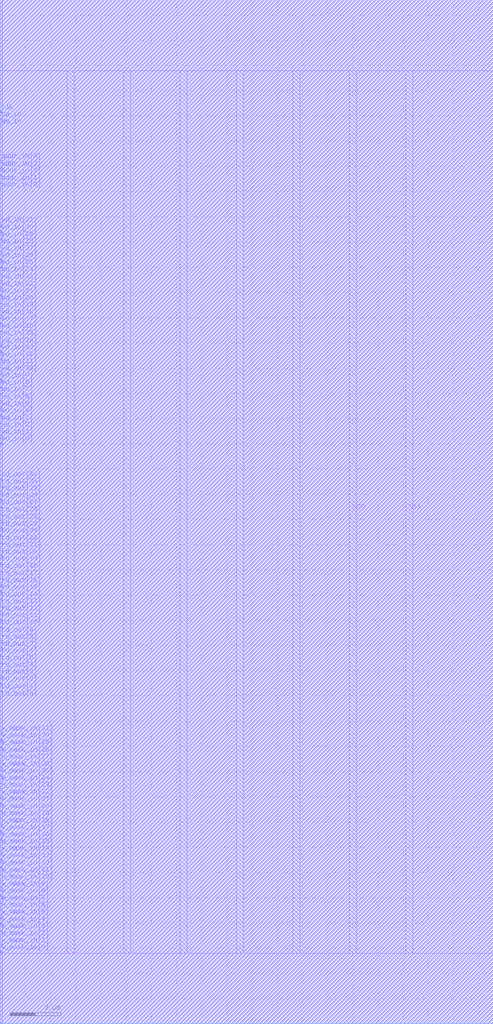
<source format=lef>
VERSION 5.7 ;
BUSBITCHARS "[]" ;
MACRO fakeram45_32x32_upper
  FOREIGN fakeram45_32x32_upper 0 0 ;
  SYMMETRY X Y R90 ;
  SIZE 19.570 BY 40.600 ;
  CLASS BLOCK ;
  PIN w_mask_in[0]
    DIRECTION INPUT ;
    USE SIGNAL ;
    SHAPE ABUTMENT ;
    PORT
      LAYER metal18 ;
      RECT 0.000 2.800 0.070 2.870 ;
    END
  END w_mask_in[0]
  PIN w_mask_in[1]
    DIRECTION INPUT ;
    USE SIGNAL ;
    SHAPE ABUTMENT ;
    PORT
      LAYER metal18 ;
      RECT 0.000 3.080 0.070 3.150 ;
    END
  END w_mask_in[1]
  PIN w_mask_in[2]
    DIRECTION INPUT ;
    USE SIGNAL ;
    SHAPE ABUTMENT ;
    PORT
      LAYER metal18 ;
      RECT 0.000 3.360 0.070 3.430 ;
    END
  END w_mask_in[2]
  PIN w_mask_in[3]
    DIRECTION INPUT ;
    USE SIGNAL ;
    SHAPE ABUTMENT ;
    PORT
      LAYER metal18 ;
      RECT 0.000 3.640 0.070 3.710 ;
    END
  END w_mask_in[3]
  PIN w_mask_in[4]
    DIRECTION INPUT ;
    USE SIGNAL ;
    SHAPE ABUTMENT ;
    PORT
      LAYER metal18 ;
      RECT 0.000 3.920 0.070 3.990 ;
    END
  END w_mask_in[4]
  PIN w_mask_in[5]
    DIRECTION INPUT ;
    USE SIGNAL ;
    SHAPE ABUTMENT ;
    PORT
      LAYER metal18 ;
      RECT 0.000 4.200 0.070 4.270 ;
    END
  END w_mask_in[5]
  PIN w_mask_in[6]
    DIRECTION INPUT ;
    USE SIGNAL ;
    SHAPE ABUTMENT ;
    PORT
      LAYER metal18 ;
      RECT 0.000 4.480 0.070 4.550 ;
    END
  END w_mask_in[6]
  PIN w_mask_in[7]
    DIRECTION INPUT ;
    USE SIGNAL ;
    SHAPE ABUTMENT ;
    PORT
      LAYER metal18 ;
      RECT 0.000 4.760 0.070 4.830 ;
    END
  END w_mask_in[7]
  PIN w_mask_in[8]
    DIRECTION INPUT ;
    USE SIGNAL ;
    SHAPE ABUTMENT ;
    PORT
      LAYER metal18 ;
      RECT 0.000 5.040 0.070 5.110 ;
    END
  END w_mask_in[8]
  PIN w_mask_in[9]
    DIRECTION INPUT ;
    USE SIGNAL ;
    SHAPE ABUTMENT ;
    PORT
      LAYER metal18 ;
      RECT 0.000 5.320 0.070 5.390 ;
    END
  END w_mask_in[9]
  PIN w_mask_in[10]
    DIRECTION INPUT ;
    USE SIGNAL ;
    SHAPE ABUTMENT ;
    PORT
      LAYER metal18 ;
      RECT 0.000 5.600 0.070 5.670 ;
    END
  END w_mask_in[10]
  PIN w_mask_in[11]
    DIRECTION INPUT ;
    USE SIGNAL ;
    SHAPE ABUTMENT ;
    PORT
      LAYER metal18 ;
      RECT 0.000 5.880 0.070 5.950 ;
    END
  END w_mask_in[11]
  PIN w_mask_in[12]
    DIRECTION INPUT ;
    USE SIGNAL ;
    SHAPE ABUTMENT ;
    PORT
      LAYER metal18 ;
      RECT 0.000 6.160 0.070 6.230 ;
    END
  END w_mask_in[12]
  PIN w_mask_in[13]
    DIRECTION INPUT ;
    USE SIGNAL ;
    SHAPE ABUTMENT ;
    PORT
      LAYER metal18 ;
      RECT 0.000 6.440 0.070 6.510 ;
    END
  END w_mask_in[13]
  PIN w_mask_in[14]
    DIRECTION INPUT ;
    USE SIGNAL ;
    SHAPE ABUTMENT ;
    PORT
      LAYER metal18 ;
      RECT 0.000 6.720 0.070 6.790 ;
    END
  END w_mask_in[14]
  PIN w_mask_in[15]
    DIRECTION INPUT ;
    USE SIGNAL ;
    SHAPE ABUTMENT ;
    PORT
      LAYER metal18 ;
      RECT 0.000 7.000 0.070 7.070 ;
    END
  END w_mask_in[15]
  PIN w_mask_in[16]
    DIRECTION INPUT ;
    USE SIGNAL ;
    SHAPE ABUTMENT ;
    PORT
      LAYER metal18 ;
      RECT 0.000 7.280 0.070 7.350 ;
    END
  END w_mask_in[16]
  PIN w_mask_in[17]
    DIRECTION INPUT ;
    USE SIGNAL ;
    SHAPE ABUTMENT ;
    PORT
      LAYER metal18 ;
      RECT 0.000 7.560 0.070 7.630 ;
    END
  END w_mask_in[17]
  PIN w_mask_in[18]
    DIRECTION INPUT ;
    USE SIGNAL ;
    SHAPE ABUTMENT ;
    PORT
      LAYER metal18 ;
      RECT 0.000 7.840 0.070 7.910 ;
    END
  END w_mask_in[18]
  PIN w_mask_in[19]
    DIRECTION INPUT ;
    USE SIGNAL ;
    SHAPE ABUTMENT ;
    PORT
      LAYER metal18 ;
      RECT 0.000 8.120 0.070 8.190 ;
    END
  END w_mask_in[19]
  PIN w_mask_in[20]
    DIRECTION INPUT ;
    USE SIGNAL ;
    SHAPE ABUTMENT ;
    PORT
      LAYER metal18 ;
      RECT 0.000 8.400 0.070 8.470 ;
    END
  END w_mask_in[20]
  PIN w_mask_in[21]
    DIRECTION INPUT ;
    USE SIGNAL ;
    SHAPE ABUTMENT ;
    PORT
      LAYER metal18 ;
      RECT 0.000 8.680 0.070 8.750 ;
    END
  END w_mask_in[21]
  PIN w_mask_in[22]
    DIRECTION INPUT ;
    USE SIGNAL ;
    SHAPE ABUTMENT ;
    PORT
      LAYER metal18 ;
      RECT 0.000 8.960 0.070 9.030 ;
    END
  END w_mask_in[22]
  PIN w_mask_in[23]
    DIRECTION INPUT ;
    USE SIGNAL ;
    SHAPE ABUTMENT ;
    PORT
      LAYER metal18 ;
      RECT 0.000 9.240 0.070 9.310 ;
    END
  END w_mask_in[23]
  PIN w_mask_in[24]
    DIRECTION INPUT ;
    USE SIGNAL ;
    SHAPE ABUTMENT ;
    PORT
      LAYER metal18 ;
      RECT 0.000 9.520 0.070 9.590 ;
    END
  END w_mask_in[24]
  PIN w_mask_in[25]
    DIRECTION INPUT ;
    USE SIGNAL ;
    SHAPE ABUTMENT ;
    PORT
      LAYER metal18 ;
      RECT 0.000 9.800 0.070 9.870 ;
    END
  END w_mask_in[25]
  PIN w_mask_in[26]
    DIRECTION INPUT ;
    USE SIGNAL ;
    SHAPE ABUTMENT ;
    PORT
      LAYER metal18 ;
      RECT 0.000 10.080 0.070 10.150 ;
    END
  END w_mask_in[26]
  PIN w_mask_in[27]
    DIRECTION INPUT ;
    USE SIGNAL ;
    SHAPE ABUTMENT ;
    PORT
      LAYER metal18 ;
      RECT 0.000 10.360 0.070 10.430 ;
    END
  END w_mask_in[27]
  PIN w_mask_in[28]
    DIRECTION INPUT ;
    USE SIGNAL ;
    SHAPE ABUTMENT ;
    PORT
      LAYER metal18 ;
      RECT 0.000 10.640 0.070 10.710 ;
    END
  END w_mask_in[28]
  PIN w_mask_in[29]
    DIRECTION INPUT ;
    USE SIGNAL ;
    SHAPE ABUTMENT ;
    PORT
      LAYER metal18 ;
      RECT 0.000 10.920 0.070 10.990 ;
    END
  END w_mask_in[29]
  PIN w_mask_in[30]
    DIRECTION INPUT ;
    USE SIGNAL ;
    SHAPE ABUTMENT ;
    PORT
      LAYER metal18 ;
      RECT 0.000 11.200 0.070 11.270 ;
    END
  END w_mask_in[30]
  PIN w_mask_in[31]
    DIRECTION INPUT ;
    USE SIGNAL ;
    SHAPE ABUTMENT ;
    PORT
      LAYER metal18 ;
      RECT 0.000 11.480 0.070 11.550 ;
    END
  END w_mask_in[31]
  PIN rd_out[0]
    DIRECTION OUTPUT ;
    USE SIGNAL ;
    SHAPE ABUTMENT ;
    PORT
      LAYER metal18 ;
      RECT 0.000 12.880 0.070 12.950 ;
    END
  END rd_out[0]
  PIN rd_out[1]
    DIRECTION OUTPUT ;
    USE SIGNAL ;
    SHAPE ABUTMENT ;
    PORT
      LAYER metal18 ;
      RECT 0.000 13.160 0.070 13.230 ;
    END
  END rd_out[1]
  PIN rd_out[2]
    DIRECTION OUTPUT ;
    USE SIGNAL ;
    SHAPE ABUTMENT ;
    PORT
      LAYER metal18 ;
      RECT 0.000 13.440 0.070 13.510 ;
    END
  END rd_out[2]
  PIN rd_out[3]
    DIRECTION OUTPUT ;
    USE SIGNAL ;
    SHAPE ABUTMENT ;
    PORT
      LAYER metal18 ;
      RECT 0.000 13.720 0.070 13.790 ;
    END
  END rd_out[3]
  PIN rd_out[4]
    DIRECTION OUTPUT ;
    USE SIGNAL ;
    SHAPE ABUTMENT ;
    PORT
      LAYER metal18 ;
      RECT 0.000 14.000 0.070 14.070 ;
    END
  END rd_out[4]
  PIN rd_out[5]
    DIRECTION OUTPUT ;
    USE SIGNAL ;
    SHAPE ABUTMENT ;
    PORT
      LAYER metal18 ;
      RECT 0.000 14.280 0.070 14.350 ;
    END
  END rd_out[5]
  PIN rd_out[6]
    DIRECTION OUTPUT ;
    USE SIGNAL ;
    SHAPE ABUTMENT ;
    PORT
      LAYER metal18 ;
      RECT 0.000 14.560 0.070 14.630 ;
    END
  END rd_out[6]
  PIN rd_out[7]
    DIRECTION OUTPUT ;
    USE SIGNAL ;
    SHAPE ABUTMENT ;
    PORT
      LAYER metal18 ;
      RECT 0.000 14.840 0.070 14.910 ;
    END
  END rd_out[7]
  PIN rd_out[8]
    DIRECTION OUTPUT ;
    USE SIGNAL ;
    SHAPE ABUTMENT ;
    PORT
      LAYER metal18 ;
      RECT 0.000 15.120 0.070 15.190 ;
    END
  END rd_out[8]
  PIN rd_out[9]
    DIRECTION OUTPUT ;
    USE SIGNAL ;
    SHAPE ABUTMENT ;
    PORT
      LAYER metal18 ;
      RECT 0.000 15.400 0.070 15.470 ;
    END
  END rd_out[9]
  PIN rd_out[10]
    DIRECTION OUTPUT ;
    USE SIGNAL ;
    SHAPE ABUTMENT ;
    PORT
      LAYER metal18 ;
      RECT 0.000 15.680 0.070 15.750 ;
    END
  END rd_out[10]
  PIN rd_out[11]
    DIRECTION OUTPUT ;
    USE SIGNAL ;
    SHAPE ABUTMENT ;
    PORT
      LAYER metal18 ;
      RECT 0.000 15.960 0.070 16.030 ;
    END
  END rd_out[11]
  PIN rd_out[12]
    DIRECTION OUTPUT ;
    USE SIGNAL ;
    SHAPE ABUTMENT ;
    PORT
      LAYER metal18 ;
      RECT 0.000 16.240 0.070 16.310 ;
    END
  END rd_out[12]
  PIN rd_out[13]
    DIRECTION OUTPUT ;
    USE SIGNAL ;
    SHAPE ABUTMENT ;
    PORT
      LAYER metal18 ;
      RECT 0.000 16.520 0.070 16.590 ;
    END
  END rd_out[13]
  PIN rd_out[14]
    DIRECTION OUTPUT ;
    USE SIGNAL ;
    SHAPE ABUTMENT ;
    PORT
      LAYER metal18 ;
      RECT 0.000 16.800 0.070 16.870 ;
    END
  END rd_out[14]
  PIN rd_out[15]
    DIRECTION OUTPUT ;
    USE SIGNAL ;
    SHAPE ABUTMENT ;
    PORT
      LAYER metal18 ;
      RECT 0.000 17.080 0.070 17.150 ;
    END
  END rd_out[15]
  PIN rd_out[16]
    DIRECTION OUTPUT ;
    USE SIGNAL ;
    SHAPE ABUTMENT ;
    PORT
      LAYER metal18 ;
      RECT 0.000 17.360 0.070 17.430 ;
    END
  END rd_out[16]
  PIN rd_out[17]
    DIRECTION OUTPUT ;
    USE SIGNAL ;
    SHAPE ABUTMENT ;
    PORT
      LAYER metal18 ;
      RECT 0.000 17.640 0.070 17.710 ;
    END
  END rd_out[17]
  PIN rd_out[18]
    DIRECTION OUTPUT ;
    USE SIGNAL ;
    SHAPE ABUTMENT ;
    PORT
      LAYER metal18 ;
      RECT 0.000 17.920 0.070 17.990 ;
    END
  END rd_out[18]
  PIN rd_out[19]
    DIRECTION OUTPUT ;
    USE SIGNAL ;
    SHAPE ABUTMENT ;
    PORT
      LAYER metal18 ;
      RECT 0.000 18.200 0.070 18.270 ;
    END
  END rd_out[19]
  PIN rd_out[20]
    DIRECTION OUTPUT ;
    USE SIGNAL ;
    SHAPE ABUTMENT ;
    PORT
      LAYER metal18 ;
      RECT 0.000 18.480 0.070 18.550 ;
    END
  END rd_out[20]
  PIN rd_out[21]
    DIRECTION OUTPUT ;
    USE SIGNAL ;
    SHAPE ABUTMENT ;
    PORT
      LAYER metal18 ;
      RECT 0.000 18.760 0.070 18.830 ;
    END
  END rd_out[21]
  PIN rd_out[22]
    DIRECTION OUTPUT ;
    USE SIGNAL ;
    SHAPE ABUTMENT ;
    PORT
      LAYER metal18 ;
      RECT 0.000 19.040 0.070 19.110 ;
    END
  END rd_out[22]
  PIN rd_out[23]
    DIRECTION OUTPUT ;
    USE SIGNAL ;
    SHAPE ABUTMENT ;
    PORT
      LAYER metal18 ;
      RECT 0.000 19.320 0.070 19.390 ;
    END
  END rd_out[23]
  PIN rd_out[24]
    DIRECTION OUTPUT ;
    USE SIGNAL ;
    SHAPE ABUTMENT ;
    PORT
      LAYER metal18 ;
      RECT 0.000 19.600 0.070 19.670 ;
    END
  END rd_out[24]
  PIN rd_out[25]
    DIRECTION OUTPUT ;
    USE SIGNAL ;
    SHAPE ABUTMENT ;
    PORT
      LAYER metal18 ;
      RECT 0.000 19.880 0.070 19.950 ;
    END
  END rd_out[25]
  PIN rd_out[26]
    DIRECTION OUTPUT ;
    USE SIGNAL ;
    SHAPE ABUTMENT ;
    PORT
      LAYER metal18 ;
      RECT 0.000 20.160 0.070 20.230 ;
    END
  END rd_out[26]
  PIN rd_out[27]
    DIRECTION OUTPUT ;
    USE SIGNAL ;
    SHAPE ABUTMENT ;
    PORT
      LAYER metal18 ;
      RECT 0.000 20.440 0.070 20.510 ;
    END
  END rd_out[27]
  PIN rd_out[28]
    DIRECTION OUTPUT ;
    USE SIGNAL ;
    SHAPE ABUTMENT ;
    PORT
      LAYER metal18 ;
      RECT 0.000 20.720 0.070 20.790 ;
    END
  END rd_out[28]
  PIN rd_out[29]
    DIRECTION OUTPUT ;
    USE SIGNAL ;
    SHAPE ABUTMENT ;
    PORT
      LAYER metal18 ;
      RECT 0.000 21.000 0.070 21.070 ;
    END
  END rd_out[29]
  PIN rd_out[30]
    DIRECTION OUTPUT ;
    USE SIGNAL ;
    SHAPE ABUTMENT ;
    PORT
      LAYER metal18 ;
      RECT 0.000 21.280 0.070 21.350 ;
    END
  END rd_out[30]
  PIN rd_out[31]
    DIRECTION OUTPUT ;
    USE SIGNAL ;
    SHAPE ABUTMENT ;
    PORT
      LAYER metal18 ;
      RECT 0.000 21.560 0.070 21.630 ;
    END
  END rd_out[31]
  PIN wd_in[0]
    DIRECTION INPUT ;
    USE SIGNAL ;
    SHAPE ABUTMENT ;
    PORT
      LAYER metal18 ;
      RECT 0.000 22.960 0.070 23.030 ;
    END
  END wd_in[0]
  PIN wd_in[1]
    DIRECTION INPUT ;
    USE SIGNAL ;
    SHAPE ABUTMENT ;
    PORT
      LAYER metal18 ;
      RECT 0.000 23.240 0.070 23.310 ;
    END
  END wd_in[1]
  PIN wd_in[2]
    DIRECTION INPUT ;
    USE SIGNAL ;
    SHAPE ABUTMENT ;
    PORT
      LAYER metal18 ;
      RECT 0.000 23.520 0.070 23.590 ;
    END
  END wd_in[2]
  PIN wd_in[3]
    DIRECTION INPUT ;
    USE SIGNAL ;
    SHAPE ABUTMENT ;
    PORT
      LAYER metal18 ;
      RECT 0.000 23.800 0.070 23.870 ;
    END
  END wd_in[3]
  PIN wd_in[4]
    DIRECTION INPUT ;
    USE SIGNAL ;
    SHAPE ABUTMENT ;
    PORT
      LAYER metal18 ;
      RECT 0.000 24.080 0.070 24.150 ;
    END
  END wd_in[4]
  PIN wd_in[5]
    DIRECTION INPUT ;
    USE SIGNAL ;
    SHAPE ABUTMENT ;
    PORT
      LAYER metal18 ;
      RECT 0.000 24.360 0.070 24.430 ;
    END
  END wd_in[5]
  PIN wd_in[6]
    DIRECTION INPUT ;
    USE SIGNAL ;
    SHAPE ABUTMENT ;
    PORT
      LAYER metal18 ;
      RECT 0.000 24.640 0.070 24.710 ;
    END
  END wd_in[6]
  PIN wd_in[7]
    DIRECTION INPUT ;
    USE SIGNAL ;
    SHAPE ABUTMENT ;
    PORT
      LAYER metal18 ;
      RECT 0.000 24.920 0.070 24.990 ;
    END
  END wd_in[7]
  PIN wd_in[8]
    DIRECTION INPUT ;
    USE SIGNAL ;
    SHAPE ABUTMENT ;
    PORT
      LAYER metal18 ;
      RECT 0.000 25.200 0.070 25.270 ;
    END
  END wd_in[8]
  PIN wd_in[9]
    DIRECTION INPUT ;
    USE SIGNAL ;
    SHAPE ABUTMENT ;
    PORT
      LAYER metal18 ;
      RECT 0.000 25.480 0.070 25.550 ;
    END
  END wd_in[9]
  PIN wd_in[10]
    DIRECTION INPUT ;
    USE SIGNAL ;
    SHAPE ABUTMENT ;
    PORT
      LAYER metal18 ;
      RECT 0.000 25.760 0.070 25.830 ;
    END
  END wd_in[10]
  PIN wd_in[11]
    DIRECTION INPUT ;
    USE SIGNAL ;
    SHAPE ABUTMENT ;
    PORT
      LAYER metal18 ;
      RECT 0.000 26.040 0.070 26.110 ;
    END
  END wd_in[11]
  PIN wd_in[12]
    DIRECTION INPUT ;
    USE SIGNAL ;
    SHAPE ABUTMENT ;
    PORT
      LAYER metal18 ;
      RECT 0.000 26.320 0.070 26.390 ;
    END
  END wd_in[12]
  PIN wd_in[13]
    DIRECTION INPUT ;
    USE SIGNAL ;
    SHAPE ABUTMENT ;
    PORT
      LAYER metal18 ;
      RECT 0.000 26.600 0.070 26.670 ;
    END
  END wd_in[13]
  PIN wd_in[14]
    DIRECTION INPUT ;
    USE SIGNAL ;
    SHAPE ABUTMENT ;
    PORT
      LAYER metal18 ;
      RECT 0.000 26.880 0.070 26.950 ;
    END
  END wd_in[14]
  PIN wd_in[15]
    DIRECTION INPUT ;
    USE SIGNAL ;
    SHAPE ABUTMENT ;
    PORT
      LAYER metal18 ;
      RECT 0.000 27.160 0.070 27.230 ;
    END
  END wd_in[15]
  PIN wd_in[16]
    DIRECTION INPUT ;
    USE SIGNAL ;
    SHAPE ABUTMENT ;
    PORT
      LAYER metal18 ;
      RECT 0.000 27.440 0.070 27.510 ;
    END
  END wd_in[16]
  PIN wd_in[17]
    DIRECTION INPUT ;
    USE SIGNAL ;
    SHAPE ABUTMENT ;
    PORT
      LAYER metal18 ;
      RECT 0.000 27.720 0.070 27.790 ;
    END
  END wd_in[17]
  PIN wd_in[18]
    DIRECTION INPUT ;
    USE SIGNAL ;
    SHAPE ABUTMENT ;
    PORT
      LAYER metal18 ;
      RECT 0.000 28.000 0.070 28.070 ;
    END
  END wd_in[18]
  PIN wd_in[19]
    DIRECTION INPUT ;
    USE SIGNAL ;
    SHAPE ABUTMENT ;
    PORT
      LAYER metal18 ;
      RECT 0.000 28.280 0.070 28.350 ;
    END
  END wd_in[19]
  PIN wd_in[20]
    DIRECTION INPUT ;
    USE SIGNAL ;
    SHAPE ABUTMENT ;
    PORT
      LAYER metal18 ;
      RECT 0.000 28.560 0.070 28.630 ;
    END
  END wd_in[20]
  PIN wd_in[21]
    DIRECTION INPUT ;
    USE SIGNAL ;
    SHAPE ABUTMENT ;
    PORT
      LAYER metal18 ;
      RECT 0.000 28.840 0.070 28.910 ;
    END
  END wd_in[21]
  PIN wd_in[22]
    DIRECTION INPUT ;
    USE SIGNAL ;
    SHAPE ABUTMENT ;
    PORT
      LAYER metal18 ;
      RECT 0.000 29.120 0.070 29.190 ;
    END
  END wd_in[22]
  PIN wd_in[23]
    DIRECTION INPUT ;
    USE SIGNAL ;
    SHAPE ABUTMENT ;
    PORT
      LAYER metal18 ;
      RECT 0.000 29.400 0.070 29.470 ;
    END
  END wd_in[23]
  PIN wd_in[24]
    DIRECTION INPUT ;
    USE SIGNAL ;
    SHAPE ABUTMENT ;
    PORT
      LAYER metal18 ;
      RECT 0.000 29.680 0.070 29.750 ;
    END
  END wd_in[24]
  PIN wd_in[25]
    DIRECTION INPUT ;
    USE SIGNAL ;
    SHAPE ABUTMENT ;
    PORT
      LAYER metal18 ;
      RECT 0.000 29.960 0.070 30.030 ;
    END
  END wd_in[25]
  PIN wd_in[26]
    DIRECTION INPUT ;
    USE SIGNAL ;
    SHAPE ABUTMENT ;
    PORT
      LAYER metal18 ;
      RECT 0.000 30.240 0.070 30.310 ;
    END
  END wd_in[26]
  PIN wd_in[27]
    DIRECTION INPUT ;
    USE SIGNAL ;
    SHAPE ABUTMENT ;
    PORT
      LAYER metal18 ;
      RECT 0.000 30.520 0.070 30.590 ;
    END
  END wd_in[27]
  PIN wd_in[28]
    DIRECTION INPUT ;
    USE SIGNAL ;
    SHAPE ABUTMENT ;
    PORT
      LAYER metal18 ;
      RECT 0.000 30.800 0.070 30.870 ;
    END
  END wd_in[28]
  PIN wd_in[29]
    DIRECTION INPUT ;
    USE SIGNAL ;
    SHAPE ABUTMENT ;
    PORT
      LAYER metal18 ;
      RECT 0.000 31.080 0.070 31.150 ;
    END
  END wd_in[29]
  PIN wd_in[30]
    DIRECTION INPUT ;
    USE SIGNAL ;
    SHAPE ABUTMENT ;
    PORT
      LAYER metal18 ;
      RECT 0.000 31.360 0.070 31.430 ;
    END
  END wd_in[30]
  PIN wd_in[31]
    DIRECTION INPUT ;
    USE SIGNAL ;
    SHAPE ABUTMENT ;
    PORT
      LAYER metal18 ;
      RECT 0.000 31.640 0.070 31.710 ;
    END
  END wd_in[31]
  PIN addr_in[0]
    DIRECTION INPUT ;
    USE SIGNAL ;
    SHAPE ABUTMENT ;
    PORT
      LAYER metal18 ;
      RECT 0.000 33.040 0.070 33.110 ;
    END
  END addr_in[0]
  PIN addr_in[1]
    DIRECTION INPUT ;
    USE SIGNAL ;
    SHAPE ABUTMENT ;
    PORT
      LAYER metal18 ;
      RECT 0.000 33.320 0.070 33.390 ;
    END
  END addr_in[1]
  PIN addr_in[2]
    DIRECTION INPUT ;
    USE SIGNAL ;
    SHAPE ABUTMENT ;
    PORT
      LAYER metal18 ;
      RECT 0.000 33.600 0.070 33.670 ;
    END
  END addr_in[2]
  PIN addr_in[3]
    DIRECTION INPUT ;
    USE SIGNAL ;
    SHAPE ABUTMENT ;
    PORT
      LAYER metal18 ;
      RECT 0.000 33.880 0.070 33.950 ;
    END
  END addr_in[3]
  PIN addr_in[4]
    DIRECTION INPUT ;
    USE SIGNAL ;
    SHAPE ABUTMENT ;
    PORT
      LAYER metal18 ;
      RECT 0.000 34.160 0.070 34.230 ;
    END
  END addr_in[4]
  PIN we_in
    DIRECTION INPUT ;
    USE SIGNAL ;
    SHAPE ABUTMENT ;
    PORT
      LAYER metal18 ;
      RECT 0.000 35.560 0.070 35.630 ;
    END
  END we_in
  PIN ce_in
    DIRECTION INPUT ;
    USE SIGNAL ;
    SHAPE ABUTMENT ;
    PORT
      LAYER metal18 ;
      RECT 0.000 35.840 0.070 35.910 ;
    END
  END ce_in
  PIN clk
    DIRECTION INPUT ;
    USE SIGNAL ;
    SHAPE ABUTMENT ;
    PORT
      LAYER metal18 ;
      RECT 0.000 36.120 0.070 36.190 ;
    END
  END clk
  PIN VSS
    DIRECTION INOUT ;
    USE GROUND ;
    PORT
      LAYER metal17 ;
      RECT 2.660 2.800 2.940 37.800 ;
      RECT 7.140 2.800 7.420 37.800 ;
      RECT 11.620 2.800 11.900 37.800 ;
      RECT 16.100 2.800 16.380 37.800 ;
    END
  END VSS
  PIN VDD
    DIRECTION INOUT ;
    USE POWER ;
    PORT
      LAYER metal17 ;
      RECT 4.900 2.800 5.180 37.800 ;
      RECT 9.380 2.800 9.660 37.800 ;
      RECT 13.860 2.800 14.140 37.800 ;
    END
  END VDD
  OBS
    LAYER metal20 ;
    RECT 0 0 19.570 40.600 ;
    LAYER metal19 ;
    RECT 0 0 19.570 40.600 ;
    LAYER metal18 ;
    RECT 0.070 0 19.570 40.600 ;
    RECT 0 0.000 0.070 2.800 ;
    RECT 0 2.870 0.070 3.080 ;
    RECT 0 3.150 0.070 3.360 ;
    RECT 0 3.430 0.070 3.640 ;
    RECT 0 3.710 0.070 3.920 ;
    RECT 0 3.990 0.070 4.200 ;
    RECT 0 4.270 0.070 4.480 ;
    RECT 0 4.550 0.070 4.760 ;
    RECT 0 4.830 0.070 5.040 ;
    RECT 0 5.110 0.070 5.320 ;
    RECT 0 5.390 0.070 5.600 ;
    RECT 0 5.670 0.070 5.880 ;
    RECT 0 5.950 0.070 6.160 ;
    RECT 0 6.230 0.070 6.440 ;
    RECT 0 6.510 0.070 6.720 ;
    RECT 0 6.790 0.070 7.000 ;
    RECT 0 7.070 0.070 7.280 ;
    RECT 0 7.350 0.070 7.560 ;
    RECT 0 7.630 0.070 7.840 ;
    RECT 0 7.910 0.070 8.120 ;
    RECT 0 8.190 0.070 8.400 ;
    RECT 0 8.470 0.070 8.680 ;
    RECT 0 8.750 0.070 8.960 ;
    RECT 0 9.030 0.070 9.240 ;
    RECT 0 9.310 0.070 9.520 ;
    RECT 0 9.590 0.070 9.800 ;
    RECT 0 9.870 0.070 10.080 ;
    RECT 0 10.150 0.070 10.360 ;
    RECT 0 10.430 0.070 10.640 ;
    RECT 0 10.710 0.070 10.920 ;
    RECT 0 10.990 0.070 11.200 ;
    RECT 0 11.270 0.070 11.480 ;
    RECT 0 11.550 0.070 12.880 ;
    RECT 0 12.950 0.070 13.160 ;
    RECT 0 13.230 0.070 13.440 ;
    RECT 0 13.510 0.070 13.720 ;
    RECT 0 13.790 0.070 14.000 ;
    RECT 0 14.070 0.070 14.280 ;
    RECT 0 14.350 0.070 14.560 ;
    RECT 0 14.630 0.070 14.840 ;
    RECT 0 14.910 0.070 15.120 ;
    RECT 0 15.190 0.070 15.400 ;
    RECT 0 15.470 0.070 15.680 ;
    RECT 0 15.750 0.070 15.960 ;
    RECT 0 16.030 0.070 16.240 ;
    RECT 0 16.310 0.070 16.520 ;
    RECT 0 16.590 0.070 16.800 ;
    RECT 0 16.870 0.070 17.080 ;
    RECT 0 17.150 0.070 17.360 ;
    RECT 0 17.430 0.070 17.640 ;
    RECT 0 17.710 0.070 17.920 ;
    RECT 0 17.990 0.070 18.200 ;
    RECT 0 18.270 0.070 18.480 ;
    RECT 0 18.550 0.070 18.760 ;
    RECT 0 18.830 0.070 19.040 ;
    RECT 0 19.110 0.070 19.320 ;
    RECT 0 19.390 0.070 19.600 ;
    RECT 0 19.670 0.070 19.880 ;
    RECT 0 19.950 0.070 20.160 ;
    RECT 0 20.230 0.070 20.440 ;
    RECT 0 20.510 0.070 20.720 ;
    RECT 0 20.790 0.070 21.000 ;
    RECT 0 21.070 0.070 21.280 ;
    RECT 0 21.350 0.070 21.560 ;
    RECT 0 21.630 0.070 22.960 ;
    RECT 0 23.030 0.070 23.240 ;
    RECT 0 23.310 0.070 23.520 ;
    RECT 0 23.590 0.070 23.800 ;
    RECT 0 23.870 0.070 24.080 ;
    RECT 0 24.150 0.070 24.360 ;
    RECT 0 24.430 0.070 24.640 ;
    RECT 0 24.710 0.070 24.920 ;
    RECT 0 24.990 0.070 25.200 ;
    RECT 0 25.270 0.070 25.480 ;
    RECT 0 25.550 0.070 25.760 ;
    RECT 0 25.830 0.070 26.040 ;
    RECT 0 26.110 0.070 26.320 ;
    RECT 0 26.390 0.070 26.600 ;
    RECT 0 26.670 0.070 26.880 ;
    RECT 0 26.950 0.070 27.160 ;
    RECT 0 27.230 0.070 27.440 ;
    RECT 0 27.510 0.070 27.720 ;
    RECT 0 27.790 0.070 28.000 ;
    RECT 0 28.070 0.070 28.280 ;
    RECT 0 28.350 0.070 28.560 ;
    RECT 0 28.630 0.070 28.840 ;
    RECT 0 28.910 0.070 29.120 ;
    RECT 0 29.190 0.070 29.400 ;
    RECT 0 29.470 0.070 29.680 ;
    RECT 0 29.750 0.070 29.960 ;
    RECT 0 30.030 0.070 30.240 ;
    RECT 0 30.310 0.070 30.520 ;
    RECT 0 30.590 0.070 30.800 ;
    RECT 0 30.870 0.070 31.080 ;
    RECT 0 31.150 0.070 31.360 ;
    RECT 0 31.430 0.070 31.640 ;
    RECT 0 31.710 0.070 33.040 ;
    RECT 0 33.110 0.070 33.320 ;
    RECT 0 33.390 0.070 33.600 ;
    RECT 0 33.670 0.070 33.880 ;
    RECT 0 33.950 0.070 34.160 ;
    RECT 0 34.230 0.070 35.560 ;
    RECT 0 35.630 0.070 35.840 ;
    RECT 0 35.910 0.070 36.120 ;
    RECT 0 36.190 0.070 40.600 ;
    LAYER metal17 ;
    RECT 0 0 19.570 2.800 ;
    RECT 0 37.800 19.570 40.600 ;
    RECT 0.000 2.800 2.660 37.800 ;
    RECT 2.940 2.800 4.900 37.800 ;
    RECT 5.180 2.800 7.140 37.800 ;
    RECT 7.420 2.800 9.380 37.800 ;
    RECT 9.660 2.800 11.620 37.800 ;
    RECT 11.900 2.800 13.860 37.800 ;
    RECT 14.140 2.800 16.100 37.800 ;
    RECT 16.380 2.800 19.570 37.800 ;
  END
END fakeram45_32x32_upper

END LIBRARY

</source>
